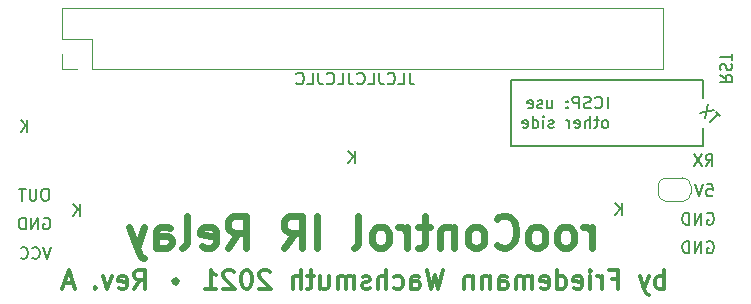
<source format=gbo>
G04 #@! TF.GenerationSoftware,KiCad,Pcbnew,(5.1.10-1-10_14)*
G04 #@! TF.CreationDate,2021-10-25T20:57:49+02:00*
G04 #@! TF.ProjectId,roodialino,726f6f64-6961-46c6-996e-6f2e6b696361,1.0*
G04 #@! TF.SameCoordinates,Original*
G04 #@! TF.FileFunction,Legend,Bot*
G04 #@! TF.FilePolarity,Positive*
%FSLAX46Y46*%
G04 Gerber Fmt 4.6, Leading zero omitted, Abs format (unit mm)*
G04 Created by KiCad (PCBNEW (5.1.10-1-10_14)) date 2021-10-25 20:57:49*
%MOMM*%
%LPD*%
G01*
G04 APERTURE LIST*
%ADD10C,0.600000*%
%ADD11C,0.150000*%
%ADD12C,0.300000*%
%ADD13C,0.120000*%
%ADD14C,1.448000*%
%ADD15C,1.902000*%
%ADD16C,2.802000*%
%ADD17O,1.802000X1.802000*%
%ADD18C,0.100000*%
G04 APERTURE END LIST*
D10*
X169440171Y-112270228D02*
X169440171Y-110470228D01*
X169440171Y-110984514D02*
X169311600Y-110727371D01*
X169183028Y-110598800D01*
X168925885Y-110470228D01*
X168668742Y-110470228D01*
X167383028Y-112270228D02*
X167640171Y-112141657D01*
X167768742Y-112013085D01*
X167897314Y-111755942D01*
X167897314Y-110984514D01*
X167768742Y-110727371D01*
X167640171Y-110598800D01*
X167383028Y-110470228D01*
X166997314Y-110470228D01*
X166740171Y-110598800D01*
X166611600Y-110727371D01*
X166483028Y-110984514D01*
X166483028Y-111755942D01*
X166611600Y-112013085D01*
X166740171Y-112141657D01*
X166997314Y-112270228D01*
X167383028Y-112270228D01*
X164940171Y-112270228D02*
X165197314Y-112141657D01*
X165325885Y-112013085D01*
X165454457Y-111755942D01*
X165454457Y-110984514D01*
X165325885Y-110727371D01*
X165197314Y-110598800D01*
X164940171Y-110470228D01*
X164554457Y-110470228D01*
X164297314Y-110598800D01*
X164168742Y-110727371D01*
X164040171Y-110984514D01*
X164040171Y-111755942D01*
X164168742Y-112013085D01*
X164297314Y-112141657D01*
X164554457Y-112270228D01*
X164940171Y-112270228D01*
X161340171Y-112013085D02*
X161468742Y-112141657D01*
X161854457Y-112270228D01*
X162111600Y-112270228D01*
X162497314Y-112141657D01*
X162754457Y-111884514D01*
X162883028Y-111627371D01*
X163011600Y-111113085D01*
X163011600Y-110727371D01*
X162883028Y-110213085D01*
X162754457Y-109955942D01*
X162497314Y-109698800D01*
X162111600Y-109570228D01*
X161854457Y-109570228D01*
X161468742Y-109698800D01*
X161340171Y-109827371D01*
X159797314Y-112270228D02*
X160054457Y-112141657D01*
X160183028Y-112013085D01*
X160311600Y-111755942D01*
X160311600Y-110984514D01*
X160183028Y-110727371D01*
X160054457Y-110598800D01*
X159797314Y-110470228D01*
X159411600Y-110470228D01*
X159154457Y-110598800D01*
X159025885Y-110727371D01*
X158897314Y-110984514D01*
X158897314Y-111755942D01*
X159025885Y-112013085D01*
X159154457Y-112141657D01*
X159411600Y-112270228D01*
X159797314Y-112270228D01*
X157740171Y-110470228D02*
X157740171Y-112270228D01*
X157740171Y-110727371D02*
X157611600Y-110598800D01*
X157354457Y-110470228D01*
X156968742Y-110470228D01*
X156711600Y-110598800D01*
X156583028Y-110855942D01*
X156583028Y-112270228D01*
X155683028Y-110470228D02*
X154654457Y-110470228D01*
X155297314Y-109570228D02*
X155297314Y-111884514D01*
X155168742Y-112141657D01*
X154911600Y-112270228D01*
X154654457Y-112270228D01*
X153754457Y-112270228D02*
X153754457Y-110470228D01*
X153754457Y-110984514D02*
X153625885Y-110727371D01*
X153497314Y-110598800D01*
X153240171Y-110470228D01*
X152983028Y-110470228D01*
X151697314Y-112270228D02*
X151954457Y-112141657D01*
X152083028Y-112013085D01*
X152211600Y-111755942D01*
X152211600Y-110984514D01*
X152083028Y-110727371D01*
X151954457Y-110598800D01*
X151697314Y-110470228D01*
X151311600Y-110470228D01*
X151054457Y-110598800D01*
X150925885Y-110727371D01*
X150797314Y-110984514D01*
X150797314Y-111755942D01*
X150925885Y-112013085D01*
X151054457Y-112141657D01*
X151311600Y-112270228D01*
X151697314Y-112270228D01*
X149254457Y-112270228D02*
X149511600Y-112141657D01*
X149640171Y-111884514D01*
X149640171Y-109570228D01*
X146168742Y-112270228D02*
X146168742Y-109570228D01*
X143340171Y-112270228D02*
X144240171Y-110984514D01*
X144883028Y-112270228D02*
X144883028Y-109570228D01*
X143854457Y-109570228D01*
X143597314Y-109698800D01*
X143468742Y-109827371D01*
X143340171Y-110084514D01*
X143340171Y-110470228D01*
X143468742Y-110727371D01*
X143597314Y-110855942D01*
X143854457Y-110984514D01*
X144883028Y-110984514D01*
X138583028Y-112270228D02*
X139483028Y-110984514D01*
X140125885Y-112270228D02*
X140125885Y-109570228D01*
X139097314Y-109570228D01*
X138840171Y-109698800D01*
X138711600Y-109827371D01*
X138583028Y-110084514D01*
X138583028Y-110470228D01*
X138711600Y-110727371D01*
X138840171Y-110855942D01*
X139097314Y-110984514D01*
X140125885Y-110984514D01*
X136397314Y-112141657D02*
X136654457Y-112270228D01*
X137168742Y-112270228D01*
X137425885Y-112141657D01*
X137554457Y-111884514D01*
X137554457Y-110855942D01*
X137425885Y-110598800D01*
X137168742Y-110470228D01*
X136654457Y-110470228D01*
X136397314Y-110598800D01*
X136268742Y-110855942D01*
X136268742Y-111113085D01*
X137554457Y-111370228D01*
X134725885Y-112270228D02*
X134983028Y-112141657D01*
X135111600Y-111884514D01*
X135111600Y-109570228D01*
X132540171Y-112270228D02*
X132540171Y-110855942D01*
X132668742Y-110598800D01*
X132925885Y-110470228D01*
X133440171Y-110470228D01*
X133697314Y-110598800D01*
X132540171Y-112141657D02*
X132797314Y-112270228D01*
X133440171Y-112270228D01*
X133697314Y-112141657D01*
X133825885Y-111884514D01*
X133825885Y-111627371D01*
X133697314Y-111370228D01*
X133440171Y-111241657D01*
X132797314Y-111241657D01*
X132540171Y-111113085D01*
X131511600Y-110470228D02*
X130868742Y-112270228D01*
X130225885Y-110470228D02*
X130868742Y-112270228D01*
X131125885Y-112913085D01*
X131254457Y-113041657D01*
X131511600Y-113170228D01*
D11*
X178816000Y-98044000D02*
X178816000Y-99568000D01*
X178816000Y-103632000D02*
X178816000Y-102108000D01*
X162560000Y-103632000D02*
X178816000Y-103632000D01*
X162560000Y-98044000D02*
X162560000Y-103632000D01*
X178816000Y-98044000D02*
X162560000Y-98044000D01*
X126030604Y-109596180D02*
X126030604Y-108596180D01*
X125459176Y-109596180D02*
X125887747Y-109024752D01*
X125459176Y-108596180D02*
X126030604Y-109167609D01*
X149373204Y-105100380D02*
X149373204Y-104100380D01*
X148801776Y-105100380D02*
X149230347Y-104528952D01*
X148801776Y-104100380D02*
X149373204Y-104671809D01*
X171979204Y-109469180D02*
X171979204Y-108469180D01*
X171407776Y-109469180D02*
X171836347Y-108897752D01*
X171407776Y-108469180D02*
X171979204Y-109040609D01*
X121611004Y-102458780D02*
X121611004Y-101458780D01*
X121039576Y-102458780D02*
X121468147Y-101887352D01*
X121039576Y-101458780D02*
X121611004Y-102030209D01*
X123611004Y-112202980D02*
X123277671Y-113202980D01*
X122944338Y-112202980D01*
X122039576Y-113107742D02*
X122087195Y-113155361D01*
X122230052Y-113202980D01*
X122325290Y-113202980D01*
X122468147Y-113155361D01*
X122563385Y-113060123D01*
X122611004Y-112964885D01*
X122658623Y-112774409D01*
X122658623Y-112631552D01*
X122611004Y-112441076D01*
X122563385Y-112345838D01*
X122468147Y-112250600D01*
X122325290Y-112202980D01*
X122230052Y-112202980D01*
X122087195Y-112250600D01*
X122039576Y-112298219D01*
X121039576Y-113107742D02*
X121087195Y-113155361D01*
X121230052Y-113202980D01*
X121325290Y-113202980D01*
X121468147Y-113155361D01*
X121563385Y-113060123D01*
X121611004Y-112964885D01*
X121658623Y-112774409D01*
X121658623Y-112631552D01*
X121611004Y-112441076D01*
X121563385Y-112345838D01*
X121468147Y-112250600D01*
X121325290Y-112202980D01*
X121230052Y-112202980D01*
X121087195Y-112250600D01*
X121039576Y-112298219D01*
X122982414Y-109761400D02*
X123077652Y-109713780D01*
X123220509Y-109713780D01*
X123363366Y-109761400D01*
X123458604Y-109856638D01*
X123506223Y-109951876D01*
X123553842Y-110142352D01*
X123553842Y-110285209D01*
X123506223Y-110475685D01*
X123458604Y-110570923D01*
X123363366Y-110666161D01*
X123220509Y-110713780D01*
X123125271Y-110713780D01*
X122982414Y-110666161D01*
X122934795Y-110618542D01*
X122934795Y-110285209D01*
X123125271Y-110285209D01*
X122506223Y-110713780D02*
X122506223Y-109713780D01*
X121934795Y-110713780D01*
X121934795Y-109713780D01*
X121458604Y-110713780D02*
X121458604Y-109713780D01*
X121220509Y-109713780D01*
X121077652Y-109761400D01*
X120982414Y-109856638D01*
X120934795Y-109951876D01*
X120887176Y-110142352D01*
X120887176Y-110285209D01*
X120934795Y-110475685D01*
X120982414Y-110570923D01*
X121077652Y-110666161D01*
X121220509Y-110713780D01*
X121458604Y-110713780D01*
X123226871Y-107275380D02*
X123036395Y-107275380D01*
X122941157Y-107323000D01*
X122845919Y-107418238D01*
X122798300Y-107608714D01*
X122798300Y-107942047D01*
X122845919Y-108132523D01*
X122941157Y-108227761D01*
X123036395Y-108275380D01*
X123226871Y-108275380D01*
X123322109Y-108227761D01*
X123417347Y-108132523D01*
X123464966Y-107942047D01*
X123464966Y-107608714D01*
X123417347Y-107418238D01*
X123322109Y-107323000D01*
X123226871Y-107275380D01*
X122369728Y-107275380D02*
X122369728Y-108084904D01*
X122322109Y-108180142D01*
X122274490Y-108227761D01*
X122179252Y-108275380D01*
X121988776Y-108275380D01*
X121893538Y-108227761D01*
X121845919Y-108180142D01*
X121798300Y-108084904D01*
X121798300Y-107275380D01*
X121464966Y-107275380D02*
X120893538Y-107275380D01*
X121179252Y-108275380D02*
X121179252Y-107275380D01*
X170733404Y-100465380D02*
X170733404Y-99465380D01*
X169685785Y-100370142D02*
X169733404Y-100417761D01*
X169876261Y-100465380D01*
X169971500Y-100465380D01*
X170114357Y-100417761D01*
X170209595Y-100322523D01*
X170257214Y-100227285D01*
X170304833Y-100036809D01*
X170304833Y-99893952D01*
X170257214Y-99703476D01*
X170209595Y-99608238D01*
X170114357Y-99513000D01*
X169971500Y-99465380D01*
X169876261Y-99465380D01*
X169733404Y-99513000D01*
X169685785Y-99560619D01*
X169304833Y-100417761D02*
X169161976Y-100465380D01*
X168923880Y-100465380D01*
X168828642Y-100417761D01*
X168781023Y-100370142D01*
X168733404Y-100274904D01*
X168733404Y-100179666D01*
X168781023Y-100084428D01*
X168828642Y-100036809D01*
X168923880Y-99989190D01*
X169114357Y-99941571D01*
X169209595Y-99893952D01*
X169257214Y-99846333D01*
X169304833Y-99751095D01*
X169304833Y-99655857D01*
X169257214Y-99560619D01*
X169209595Y-99513000D01*
X169114357Y-99465380D01*
X168876261Y-99465380D01*
X168733404Y-99513000D01*
X168304833Y-100465380D02*
X168304833Y-99465380D01*
X167923880Y-99465380D01*
X167828642Y-99513000D01*
X167781023Y-99560619D01*
X167733404Y-99655857D01*
X167733404Y-99798714D01*
X167781023Y-99893952D01*
X167828642Y-99941571D01*
X167923880Y-99989190D01*
X168304833Y-99989190D01*
X167304833Y-100370142D02*
X167257214Y-100417761D01*
X167304833Y-100465380D01*
X167352452Y-100417761D01*
X167304833Y-100370142D01*
X167304833Y-100465380D01*
X167304833Y-99846333D02*
X167257214Y-99893952D01*
X167304833Y-99941571D01*
X167352452Y-99893952D01*
X167304833Y-99846333D01*
X167304833Y-99941571D01*
X165638166Y-99798714D02*
X165638166Y-100465380D01*
X166066738Y-99798714D02*
X166066738Y-100322523D01*
X166019119Y-100417761D01*
X165923880Y-100465380D01*
X165781023Y-100465380D01*
X165685785Y-100417761D01*
X165638166Y-100370142D01*
X165209595Y-100417761D02*
X165114357Y-100465380D01*
X164923880Y-100465380D01*
X164828642Y-100417761D01*
X164781023Y-100322523D01*
X164781023Y-100274904D01*
X164828642Y-100179666D01*
X164923880Y-100132047D01*
X165066738Y-100132047D01*
X165161976Y-100084428D01*
X165209595Y-99989190D01*
X165209595Y-99941571D01*
X165161976Y-99846333D01*
X165066738Y-99798714D01*
X164923880Y-99798714D01*
X164828642Y-99846333D01*
X163971500Y-100417761D02*
X164066738Y-100465380D01*
X164257214Y-100465380D01*
X164352452Y-100417761D01*
X164400071Y-100322523D01*
X164400071Y-99941571D01*
X164352452Y-99846333D01*
X164257214Y-99798714D01*
X164066738Y-99798714D01*
X163971500Y-99846333D01*
X163923880Y-99941571D01*
X163923880Y-100036809D01*
X164400071Y-100132047D01*
X170590547Y-102115380D02*
X170685785Y-102067761D01*
X170733404Y-102020142D01*
X170781023Y-101924904D01*
X170781023Y-101639190D01*
X170733404Y-101543952D01*
X170685785Y-101496333D01*
X170590547Y-101448714D01*
X170447690Y-101448714D01*
X170352452Y-101496333D01*
X170304833Y-101543952D01*
X170257214Y-101639190D01*
X170257214Y-101924904D01*
X170304833Y-102020142D01*
X170352452Y-102067761D01*
X170447690Y-102115380D01*
X170590547Y-102115380D01*
X169971500Y-101448714D02*
X169590547Y-101448714D01*
X169828642Y-101115380D02*
X169828642Y-101972523D01*
X169781023Y-102067761D01*
X169685785Y-102115380D01*
X169590547Y-102115380D01*
X169257214Y-102115380D02*
X169257214Y-101115380D01*
X168828642Y-102115380D02*
X168828642Y-101591571D01*
X168876261Y-101496333D01*
X168971500Y-101448714D01*
X169114357Y-101448714D01*
X169209595Y-101496333D01*
X169257214Y-101543952D01*
X167971500Y-102067761D02*
X168066738Y-102115380D01*
X168257214Y-102115380D01*
X168352452Y-102067761D01*
X168400071Y-101972523D01*
X168400071Y-101591571D01*
X168352452Y-101496333D01*
X168257214Y-101448714D01*
X168066738Y-101448714D01*
X167971500Y-101496333D01*
X167923880Y-101591571D01*
X167923880Y-101686809D01*
X168400071Y-101782047D01*
X167495309Y-102115380D02*
X167495309Y-101448714D01*
X167495309Y-101639190D02*
X167447690Y-101543952D01*
X167400071Y-101496333D01*
X167304833Y-101448714D01*
X167209595Y-101448714D01*
X166161976Y-102067761D02*
X166066738Y-102115380D01*
X165876261Y-102115380D01*
X165781023Y-102067761D01*
X165733404Y-101972523D01*
X165733404Y-101924904D01*
X165781023Y-101829666D01*
X165876261Y-101782047D01*
X166019119Y-101782047D01*
X166114357Y-101734428D01*
X166161976Y-101639190D01*
X166161976Y-101591571D01*
X166114357Y-101496333D01*
X166019119Y-101448714D01*
X165876261Y-101448714D01*
X165781023Y-101496333D01*
X165304833Y-102115380D02*
X165304833Y-101448714D01*
X165304833Y-101115380D02*
X165352452Y-101163000D01*
X165304833Y-101210619D01*
X165257214Y-101163000D01*
X165304833Y-101115380D01*
X165304833Y-101210619D01*
X164400071Y-102115380D02*
X164400071Y-101115380D01*
X164400071Y-102067761D02*
X164495309Y-102115380D01*
X164685785Y-102115380D01*
X164781023Y-102067761D01*
X164828642Y-102020142D01*
X164876261Y-101924904D01*
X164876261Y-101639190D01*
X164828642Y-101543952D01*
X164781023Y-101496333D01*
X164685785Y-101448714D01*
X164495309Y-101448714D01*
X164400071Y-101496333D01*
X163542928Y-102067761D02*
X163638166Y-102115380D01*
X163828642Y-102115380D01*
X163923880Y-102067761D01*
X163971500Y-101972523D01*
X163971500Y-101591571D01*
X163923880Y-101496333D01*
X163828642Y-101448714D01*
X163638166Y-101448714D01*
X163542928Y-101496333D01*
X163495309Y-101591571D01*
X163495309Y-101686809D01*
X163971500Y-101782047D01*
X153971047Y-97445580D02*
X153971047Y-98159866D01*
X154018666Y-98302723D01*
X154113904Y-98397961D01*
X154256761Y-98445580D01*
X154352000Y-98445580D01*
X153018666Y-98445580D02*
X153494857Y-98445580D01*
X153494857Y-97445580D01*
X152113904Y-98350342D02*
X152161523Y-98397961D01*
X152304380Y-98445580D01*
X152399619Y-98445580D01*
X152542476Y-98397961D01*
X152637714Y-98302723D01*
X152685333Y-98207485D01*
X152732952Y-98017009D01*
X152732952Y-97874152D01*
X152685333Y-97683676D01*
X152637714Y-97588438D01*
X152542476Y-97493200D01*
X152399619Y-97445580D01*
X152304380Y-97445580D01*
X152161523Y-97493200D01*
X152113904Y-97540819D01*
X151399619Y-97445580D02*
X151399619Y-98159866D01*
X151447238Y-98302723D01*
X151542476Y-98397961D01*
X151685333Y-98445580D01*
X151780571Y-98445580D01*
X150447238Y-98445580D02*
X150923428Y-98445580D01*
X150923428Y-97445580D01*
X149542476Y-98350342D02*
X149590095Y-98397961D01*
X149732952Y-98445580D01*
X149828190Y-98445580D01*
X149971047Y-98397961D01*
X150066285Y-98302723D01*
X150113904Y-98207485D01*
X150161523Y-98017009D01*
X150161523Y-97874152D01*
X150113904Y-97683676D01*
X150066285Y-97588438D01*
X149971047Y-97493200D01*
X149828190Y-97445580D01*
X149732952Y-97445580D01*
X149590095Y-97493200D01*
X149542476Y-97540819D01*
X148828190Y-97445580D02*
X148828190Y-98159866D01*
X148875809Y-98302723D01*
X148971047Y-98397961D01*
X149113904Y-98445580D01*
X149209142Y-98445580D01*
X147875809Y-98445580D02*
X148352000Y-98445580D01*
X148352000Y-97445580D01*
X146971047Y-98350342D02*
X147018666Y-98397961D01*
X147161523Y-98445580D01*
X147256761Y-98445580D01*
X147399619Y-98397961D01*
X147494857Y-98302723D01*
X147542476Y-98207485D01*
X147590095Y-98017009D01*
X147590095Y-97874152D01*
X147542476Y-97683676D01*
X147494857Y-97588438D01*
X147399619Y-97493200D01*
X147256761Y-97445580D01*
X147161523Y-97445580D01*
X147018666Y-97493200D01*
X146971047Y-97540819D01*
X146256761Y-97445580D02*
X146256761Y-98159866D01*
X146304380Y-98302723D01*
X146399619Y-98397961D01*
X146542476Y-98445580D01*
X146637714Y-98445580D01*
X145304380Y-98445580D02*
X145780571Y-98445580D01*
X145780571Y-97445580D01*
X144399619Y-98350342D02*
X144447238Y-98397961D01*
X144590095Y-98445580D01*
X144685333Y-98445580D01*
X144828190Y-98397961D01*
X144923428Y-98302723D01*
X144971047Y-98207485D01*
X145018666Y-98017009D01*
X145018666Y-97874152D01*
X144971047Y-97683676D01*
X144923428Y-97588438D01*
X144828190Y-97493200D01*
X144685333Y-97445580D01*
X144590095Y-97445580D01*
X144447238Y-97493200D01*
X144399619Y-97540819D01*
X180268619Y-97633261D02*
X180744809Y-97966595D01*
X180268619Y-98204690D02*
X181268619Y-98204690D01*
X181268619Y-97823738D01*
X181221000Y-97728500D01*
X181173380Y-97680880D01*
X181078142Y-97633261D01*
X180935285Y-97633261D01*
X180840047Y-97680880D01*
X180792428Y-97728500D01*
X180744809Y-97823738D01*
X180744809Y-98204690D01*
X180316238Y-97252309D02*
X180268619Y-97109452D01*
X180268619Y-96871357D01*
X180316238Y-96776119D01*
X180363857Y-96728500D01*
X180459095Y-96680880D01*
X180554333Y-96680880D01*
X180649571Y-96728500D01*
X180697190Y-96776119D01*
X180744809Y-96871357D01*
X180792428Y-97061833D01*
X180840047Y-97157071D01*
X180887666Y-97204690D01*
X180982904Y-97252309D01*
X181078142Y-97252309D01*
X181173380Y-97204690D01*
X181221000Y-97157071D01*
X181268619Y-97061833D01*
X181268619Y-96823738D01*
X181221000Y-96680880D01*
X181268619Y-96395166D02*
X181268619Y-95823738D01*
X180268619Y-96109452D02*
X181268619Y-96109452D01*
X180290007Y-101156557D02*
X179885946Y-100752496D01*
X179380870Y-101661633D02*
X180087977Y-100954526D01*
X179717587Y-100584137D02*
X178539076Y-100819839D01*
X179246183Y-100112733D02*
X179010481Y-101291244D01*
X179040357Y-105354380D02*
X179373690Y-104878190D01*
X179611785Y-105354380D02*
X179611785Y-104354380D01*
X179230833Y-104354380D01*
X179135595Y-104402000D01*
X179087976Y-104449619D01*
X179040357Y-104544857D01*
X179040357Y-104687714D01*
X179087976Y-104782952D01*
X179135595Y-104830571D01*
X179230833Y-104878190D01*
X179611785Y-104878190D01*
X178707023Y-104354380D02*
X178040357Y-105354380D01*
X178040357Y-104354380D02*
X178707023Y-105354380D01*
X179119738Y-106894380D02*
X179595928Y-106894380D01*
X179643547Y-107370571D01*
X179595928Y-107322952D01*
X179500690Y-107275333D01*
X179262595Y-107275333D01*
X179167357Y-107322952D01*
X179119738Y-107370571D01*
X179072119Y-107465809D01*
X179072119Y-107703904D01*
X179119738Y-107799142D01*
X179167357Y-107846761D01*
X179262595Y-107894380D01*
X179500690Y-107894380D01*
X179595928Y-107846761D01*
X179643547Y-107799142D01*
X178786404Y-106894380D02*
X178453071Y-107894380D01*
X178119738Y-106894380D01*
X179167214Y-109355000D02*
X179262452Y-109307380D01*
X179405309Y-109307380D01*
X179548166Y-109355000D01*
X179643404Y-109450238D01*
X179691023Y-109545476D01*
X179738642Y-109735952D01*
X179738642Y-109878809D01*
X179691023Y-110069285D01*
X179643404Y-110164523D01*
X179548166Y-110259761D01*
X179405309Y-110307380D01*
X179310071Y-110307380D01*
X179167214Y-110259761D01*
X179119595Y-110212142D01*
X179119595Y-109878809D01*
X179310071Y-109878809D01*
X178691023Y-110307380D02*
X178691023Y-109307380D01*
X178119595Y-110307380D01*
X178119595Y-109307380D01*
X177643404Y-110307380D02*
X177643404Y-109307380D01*
X177405309Y-109307380D01*
X177262452Y-109355000D01*
X177167214Y-109450238D01*
X177119595Y-109545476D01*
X177071976Y-109735952D01*
X177071976Y-109878809D01*
X177119595Y-110069285D01*
X177167214Y-110164523D01*
X177262452Y-110259761D01*
X177405309Y-110307380D01*
X177643404Y-110307380D01*
X179167214Y-111768000D02*
X179262452Y-111720380D01*
X179405309Y-111720380D01*
X179548166Y-111768000D01*
X179643404Y-111863238D01*
X179691023Y-111958476D01*
X179738642Y-112148952D01*
X179738642Y-112291809D01*
X179691023Y-112482285D01*
X179643404Y-112577523D01*
X179548166Y-112672761D01*
X179405309Y-112720380D01*
X179310071Y-112720380D01*
X179167214Y-112672761D01*
X179119595Y-112625142D01*
X179119595Y-112291809D01*
X179310071Y-112291809D01*
X178691023Y-112720380D02*
X178691023Y-111720380D01*
X178119595Y-112720380D01*
X178119595Y-111720380D01*
X177643404Y-112720380D02*
X177643404Y-111720380D01*
X177405309Y-111720380D01*
X177262452Y-111768000D01*
X177167214Y-111863238D01*
X177119595Y-111958476D01*
X177071976Y-112148952D01*
X177071976Y-112291809D01*
X177119595Y-112482285D01*
X177167214Y-112577523D01*
X177262452Y-112672761D01*
X177405309Y-112720380D01*
X177643404Y-112720380D01*
D12*
X175536152Y-115735009D02*
X175536152Y-114135009D01*
X175536152Y-114744533D02*
X175383771Y-114668342D01*
X175079009Y-114668342D01*
X174926628Y-114744533D01*
X174850438Y-114820723D01*
X174774247Y-114973104D01*
X174774247Y-115430247D01*
X174850438Y-115582628D01*
X174926628Y-115658819D01*
X175079009Y-115735009D01*
X175383771Y-115735009D01*
X175536152Y-115658819D01*
X174240914Y-114668342D02*
X173859961Y-115735009D01*
X173479009Y-114668342D02*
X173859961Y-115735009D01*
X174012342Y-116115961D01*
X174088533Y-116192152D01*
X174240914Y-116268342D01*
X171117104Y-114896914D02*
X171650438Y-114896914D01*
X171650438Y-115735009D02*
X171650438Y-114135009D01*
X170888533Y-114135009D01*
X170279009Y-115735009D02*
X170279009Y-114668342D01*
X170279009Y-114973104D02*
X170202819Y-114820723D01*
X170126628Y-114744533D01*
X169974247Y-114668342D01*
X169821866Y-114668342D01*
X169288533Y-115735009D02*
X169288533Y-114668342D01*
X169288533Y-114135009D02*
X169364723Y-114211200D01*
X169288533Y-114287390D01*
X169212342Y-114211200D01*
X169288533Y-114135009D01*
X169288533Y-114287390D01*
X167917104Y-115658819D02*
X168069485Y-115735009D01*
X168374247Y-115735009D01*
X168526628Y-115658819D01*
X168602819Y-115506438D01*
X168602819Y-114896914D01*
X168526628Y-114744533D01*
X168374247Y-114668342D01*
X168069485Y-114668342D01*
X167917104Y-114744533D01*
X167840914Y-114896914D01*
X167840914Y-115049295D01*
X168602819Y-115201676D01*
X166469485Y-115735009D02*
X166469485Y-114135009D01*
X166469485Y-115658819D02*
X166621866Y-115735009D01*
X166926628Y-115735009D01*
X167079009Y-115658819D01*
X167155200Y-115582628D01*
X167231390Y-115430247D01*
X167231390Y-114973104D01*
X167155200Y-114820723D01*
X167079009Y-114744533D01*
X166926628Y-114668342D01*
X166621866Y-114668342D01*
X166469485Y-114744533D01*
X165098057Y-115658819D02*
X165250438Y-115735009D01*
X165555200Y-115735009D01*
X165707580Y-115658819D01*
X165783771Y-115506438D01*
X165783771Y-114896914D01*
X165707580Y-114744533D01*
X165555200Y-114668342D01*
X165250438Y-114668342D01*
X165098057Y-114744533D01*
X165021866Y-114896914D01*
X165021866Y-115049295D01*
X165783771Y-115201676D01*
X164336152Y-115735009D02*
X164336152Y-114668342D01*
X164336152Y-114820723D02*
X164259961Y-114744533D01*
X164107580Y-114668342D01*
X163879009Y-114668342D01*
X163726628Y-114744533D01*
X163650438Y-114896914D01*
X163650438Y-115735009D01*
X163650438Y-114896914D02*
X163574247Y-114744533D01*
X163421866Y-114668342D01*
X163193295Y-114668342D01*
X163040914Y-114744533D01*
X162964723Y-114896914D01*
X162964723Y-115735009D01*
X161517104Y-115735009D02*
X161517104Y-114896914D01*
X161593295Y-114744533D01*
X161745676Y-114668342D01*
X162050438Y-114668342D01*
X162202819Y-114744533D01*
X161517104Y-115658819D02*
X161669485Y-115735009D01*
X162050438Y-115735009D01*
X162202819Y-115658819D01*
X162279009Y-115506438D01*
X162279009Y-115354057D01*
X162202819Y-115201676D01*
X162050438Y-115125485D01*
X161669485Y-115125485D01*
X161517104Y-115049295D01*
X160755200Y-114668342D02*
X160755200Y-115735009D01*
X160755200Y-114820723D02*
X160679009Y-114744533D01*
X160526628Y-114668342D01*
X160298057Y-114668342D01*
X160145676Y-114744533D01*
X160069485Y-114896914D01*
X160069485Y-115735009D01*
X159307580Y-114668342D02*
X159307580Y-115735009D01*
X159307580Y-114820723D02*
X159231390Y-114744533D01*
X159079009Y-114668342D01*
X158850438Y-114668342D01*
X158698057Y-114744533D01*
X158621866Y-114896914D01*
X158621866Y-115735009D01*
X156793295Y-114135009D02*
X156412342Y-115735009D01*
X156107580Y-114592152D01*
X155802819Y-115735009D01*
X155421866Y-114135009D01*
X154126628Y-115735009D02*
X154126628Y-114896914D01*
X154202819Y-114744533D01*
X154355200Y-114668342D01*
X154659961Y-114668342D01*
X154812342Y-114744533D01*
X154126628Y-115658819D02*
X154279009Y-115735009D01*
X154659961Y-115735009D01*
X154812342Y-115658819D01*
X154888533Y-115506438D01*
X154888533Y-115354057D01*
X154812342Y-115201676D01*
X154659961Y-115125485D01*
X154279009Y-115125485D01*
X154126628Y-115049295D01*
X152679009Y-115658819D02*
X152831390Y-115735009D01*
X153136152Y-115735009D01*
X153288533Y-115658819D01*
X153364723Y-115582628D01*
X153440914Y-115430247D01*
X153440914Y-114973104D01*
X153364723Y-114820723D01*
X153288533Y-114744533D01*
X153136152Y-114668342D01*
X152831390Y-114668342D01*
X152679009Y-114744533D01*
X151993295Y-115735009D02*
X151993295Y-114135009D01*
X151307580Y-115735009D02*
X151307580Y-114896914D01*
X151383771Y-114744533D01*
X151536152Y-114668342D01*
X151764723Y-114668342D01*
X151917104Y-114744533D01*
X151993295Y-114820723D01*
X150621866Y-115658819D02*
X150469485Y-115735009D01*
X150164723Y-115735009D01*
X150012342Y-115658819D01*
X149936152Y-115506438D01*
X149936152Y-115430247D01*
X150012342Y-115277866D01*
X150164723Y-115201676D01*
X150393295Y-115201676D01*
X150545676Y-115125485D01*
X150621866Y-114973104D01*
X150621866Y-114896914D01*
X150545676Y-114744533D01*
X150393295Y-114668342D01*
X150164723Y-114668342D01*
X150012342Y-114744533D01*
X149250438Y-115735009D02*
X149250438Y-114668342D01*
X149250438Y-114820723D02*
X149174247Y-114744533D01*
X149021866Y-114668342D01*
X148793295Y-114668342D01*
X148640914Y-114744533D01*
X148564723Y-114896914D01*
X148564723Y-115735009D01*
X148564723Y-114896914D02*
X148488533Y-114744533D01*
X148336152Y-114668342D01*
X148107580Y-114668342D01*
X147955200Y-114744533D01*
X147879009Y-114896914D01*
X147879009Y-115735009D01*
X146431390Y-114668342D02*
X146431390Y-115735009D01*
X147117104Y-114668342D02*
X147117104Y-115506438D01*
X147040914Y-115658819D01*
X146888533Y-115735009D01*
X146659961Y-115735009D01*
X146507580Y-115658819D01*
X146431390Y-115582628D01*
X145898057Y-114668342D02*
X145288533Y-114668342D01*
X145669485Y-114135009D02*
X145669485Y-115506438D01*
X145593295Y-115658819D01*
X145440914Y-115735009D01*
X145288533Y-115735009D01*
X144755200Y-115735009D02*
X144755200Y-114135009D01*
X144069485Y-115735009D02*
X144069485Y-114896914D01*
X144145676Y-114744533D01*
X144298057Y-114668342D01*
X144526628Y-114668342D01*
X144679009Y-114744533D01*
X144755200Y-114820723D01*
X142164723Y-114287390D02*
X142088533Y-114211200D01*
X141936152Y-114135009D01*
X141555200Y-114135009D01*
X141402819Y-114211200D01*
X141326628Y-114287390D01*
X141250438Y-114439771D01*
X141250438Y-114592152D01*
X141326628Y-114820723D01*
X142240914Y-115735009D01*
X141250438Y-115735009D01*
X140259961Y-114135009D02*
X140107580Y-114135009D01*
X139955200Y-114211200D01*
X139879009Y-114287390D01*
X139802819Y-114439771D01*
X139726628Y-114744533D01*
X139726628Y-115125485D01*
X139802819Y-115430247D01*
X139879009Y-115582628D01*
X139955200Y-115658819D01*
X140107580Y-115735009D01*
X140259961Y-115735009D01*
X140412342Y-115658819D01*
X140488533Y-115582628D01*
X140564723Y-115430247D01*
X140640914Y-115125485D01*
X140640914Y-114744533D01*
X140564723Y-114439771D01*
X140488533Y-114287390D01*
X140412342Y-114211200D01*
X140259961Y-114135009D01*
X139117104Y-114287390D02*
X139040914Y-114211200D01*
X138888533Y-114135009D01*
X138507580Y-114135009D01*
X138355200Y-114211200D01*
X138279009Y-114287390D01*
X138202819Y-114439771D01*
X138202819Y-114592152D01*
X138279009Y-114820723D01*
X139193295Y-115735009D01*
X138202819Y-115735009D01*
X136679009Y-115735009D02*
X137593295Y-115735009D01*
X137136152Y-115735009D02*
X137136152Y-114135009D01*
X137288533Y-114363580D01*
X137440914Y-114515961D01*
X137593295Y-114592152D01*
X134317104Y-114973104D02*
X134317104Y-115277866D01*
X134240914Y-115277866D02*
X134240914Y-114973104D01*
X134164723Y-114896914D02*
X134164723Y-115354057D01*
X134088533Y-115277866D02*
X134088533Y-114973104D01*
X134012342Y-114973104D02*
X134012342Y-115277866D01*
X134317104Y-115201676D02*
X134164723Y-115354057D01*
X134012342Y-115201676D01*
X134317104Y-115049295D02*
X134164723Y-114896914D01*
X134012342Y-115049295D01*
X134317104Y-114973104D02*
X134164723Y-114896914D01*
X134012342Y-114973104D01*
X133936152Y-115125485D01*
X134012342Y-115277866D01*
X134164723Y-115354057D01*
X134317104Y-115277866D01*
X134393295Y-115125485D01*
X134317104Y-114973104D01*
X130659961Y-115735009D02*
X131193295Y-114973104D01*
X131574247Y-115735009D02*
X131574247Y-114135009D01*
X130964723Y-114135009D01*
X130812342Y-114211200D01*
X130736152Y-114287390D01*
X130659961Y-114439771D01*
X130659961Y-114668342D01*
X130736152Y-114820723D01*
X130812342Y-114896914D01*
X130964723Y-114973104D01*
X131574247Y-114973104D01*
X129364723Y-115658819D02*
X129517104Y-115735009D01*
X129821866Y-115735009D01*
X129974247Y-115658819D01*
X130050438Y-115506438D01*
X130050438Y-114896914D01*
X129974247Y-114744533D01*
X129821866Y-114668342D01*
X129517104Y-114668342D01*
X129364723Y-114744533D01*
X129288533Y-114896914D01*
X129288533Y-115049295D01*
X130050438Y-115201676D01*
X128755200Y-114668342D02*
X128374247Y-115735009D01*
X127993295Y-114668342D01*
X127383771Y-115582628D02*
X127307580Y-115658819D01*
X127383771Y-115735009D01*
X127459961Y-115658819D01*
X127383771Y-115582628D01*
X127383771Y-115735009D01*
X125479009Y-115277866D02*
X124717104Y-115277866D01*
X125631390Y-115735009D02*
X125098057Y-114135009D01*
X124564723Y-115735009D01*
D13*
X124528000Y-95838000D02*
X124528000Y-97168000D01*
X124528000Y-97168000D02*
X125858000Y-97168000D01*
X124528000Y-94568000D02*
X127128000Y-94568000D01*
X127128000Y-94568000D02*
X127128000Y-97168000D01*
X127128000Y-97168000D02*
X175448000Y-97168000D01*
X175448000Y-91968000D02*
X175448000Y-97168000D01*
X124528000Y-91968000D02*
X175448000Y-91968000D01*
X124528000Y-91968000D02*
X124528000Y-94568000D01*
X175003000Y-107040400D02*
X175003000Y-107640400D01*
X177103000Y-106340400D02*
X175703000Y-106340400D01*
X177803000Y-107640400D02*
X177803000Y-107040400D01*
X175703000Y-108340400D02*
X177103000Y-108340400D01*
X177103000Y-108340400D02*
G75*
G03*
X177803000Y-107640400I0J700000D01*
G01*
X177803000Y-107040400D02*
G75*
G03*
X177103000Y-106340400I-700000J0D01*
G01*
X175703000Y-106340400D02*
G75*
G03*
X175003000Y-107040400I0J-700000D01*
G01*
X175003000Y-107640400D02*
G75*
G03*
X175703000Y-108340400I700000J0D01*
G01*
%LPC*%
D14*
X176276000Y-94488000D03*
X172942000Y-118840000D03*
X126968000Y-118872000D03*
D15*
X151612600Y-106502200D03*
G36*
G01*
X148121600Y-107402200D02*
X148121600Y-105602200D01*
G75*
G02*
X148172600Y-105551200I51000J0D01*
G01*
X149972600Y-105551200D01*
G75*
G02*
X150023600Y-105602200I0J-51000D01*
G01*
X150023600Y-107402200D01*
G75*
G02*
X149972600Y-107453200I-51000J0D01*
G01*
X148172600Y-107453200D01*
G75*
G02*
X148121600Y-107402200I0J51000D01*
G01*
G37*
D16*
X121032000Y-94568000D03*
X179032000Y-94568000D03*
X179032000Y-117568000D03*
X121032000Y-117568000D03*
G36*
G01*
X124780000Y-111851000D02*
X124780000Y-110051000D01*
G75*
G02*
X124831000Y-110000000I51000J0D01*
G01*
X126631000Y-110000000D01*
G75*
G02*
X126682000Y-110051000I0J-51000D01*
G01*
X126682000Y-111851000D01*
G75*
G02*
X126631000Y-111902000I-51000J0D01*
G01*
X124831000Y-111902000D01*
G75*
G02*
X124780000Y-111851000I0J51000D01*
G01*
G37*
D15*
X128271000Y-110951000D03*
X174245000Y-110951000D03*
G36*
G01*
X170754000Y-111851000D02*
X170754000Y-110051000D01*
G75*
G02*
X170805000Y-110000000I51000J0D01*
G01*
X172605000Y-110000000D01*
G75*
G02*
X172656000Y-110051000I0J-51000D01*
G01*
X172656000Y-111851000D01*
G75*
G02*
X172605000Y-111902000I-51000J0D01*
G01*
X170805000Y-111902000D01*
G75*
G02*
X170754000Y-111851000I0J51000D01*
G01*
G37*
G36*
G01*
X125008000Y-94937000D02*
X126708000Y-94937000D01*
G75*
G02*
X126759000Y-94988000I0J-51000D01*
G01*
X126759000Y-96688000D01*
G75*
G02*
X126708000Y-96739000I-51000J0D01*
G01*
X125008000Y-96739000D01*
G75*
G02*
X124957000Y-96688000I0J51000D01*
G01*
X124957000Y-94988000D01*
G75*
G02*
X125008000Y-94937000I51000J0D01*
G01*
G37*
D17*
X125858000Y-93298000D03*
X128398000Y-95838000D03*
X128398000Y-93298000D03*
X130938000Y-95838000D03*
X130938000Y-93298000D03*
X133478000Y-95838000D03*
X133478000Y-93298000D03*
X136018000Y-95838000D03*
X136018000Y-93298000D03*
X138558000Y-95838000D03*
X138558000Y-93298000D03*
X141098000Y-95838000D03*
X141098000Y-93298000D03*
X143638000Y-95838000D03*
X143638000Y-93298000D03*
X146178000Y-95838000D03*
X146178000Y-93298000D03*
X148718000Y-95838000D03*
X148718000Y-93298000D03*
X151258000Y-95838000D03*
X151258000Y-93298000D03*
X153798000Y-95838000D03*
X153798000Y-93298000D03*
X156338000Y-95838000D03*
X156338000Y-93298000D03*
X158878000Y-95838000D03*
X158878000Y-93298000D03*
X161418000Y-95838000D03*
X161418000Y-93298000D03*
X163958000Y-95838000D03*
X163958000Y-93298000D03*
X166498000Y-95838000D03*
X166498000Y-93298000D03*
X169038000Y-95838000D03*
X169038000Y-93298000D03*
X171578000Y-95838000D03*
X171578000Y-93298000D03*
X174118000Y-95838000D03*
X174118000Y-93298000D03*
G36*
G01*
X173444000Y-103089000D02*
X171744000Y-103089000D01*
G75*
G02*
X171693000Y-103038000I0J51000D01*
G01*
X171693000Y-101338000D01*
G75*
G02*
X171744000Y-101287000I51000J0D01*
G01*
X173444000Y-101287000D01*
G75*
G02*
X173495000Y-101338000I0J-51000D01*
G01*
X173495000Y-103038000D01*
G75*
G02*
X173444000Y-103089000I-51000J0D01*
G01*
G37*
X172594000Y-99648000D03*
X175134000Y-102188000D03*
X175134000Y-99648000D03*
X177674000Y-102188000D03*
X177674000Y-99648000D03*
G36*
G01*
X118606000Y-108520600D02*
X118606000Y-106820600D01*
G75*
G02*
X118657000Y-106769600I51000J0D01*
G01*
X120357000Y-106769600D01*
G75*
G02*
X120408000Y-106820600I0J-51000D01*
G01*
X120408000Y-108520600D01*
G75*
G02*
X120357000Y-108571600I-51000J0D01*
G01*
X118657000Y-108571600D01*
G75*
G02*
X118606000Y-108520600I0J51000D01*
G01*
G37*
X119507000Y-110210600D03*
X119507000Y-112750600D03*
G36*
G01*
X120409000Y-101084000D02*
X120409000Y-102784000D01*
G75*
G02*
X120358000Y-102835000I-51000J0D01*
G01*
X118658000Y-102835000D01*
G75*
G02*
X118607000Y-102784000I0J51000D01*
G01*
X118607000Y-101084000D01*
G75*
G02*
X118658000Y-101033000I51000J0D01*
G01*
X120358000Y-101033000D01*
G75*
G02*
X120409000Y-101084000I0J-51000D01*
G01*
G37*
X119508000Y-99394000D03*
G36*
G01*
X181877000Y-111498000D02*
X181877000Y-113198000D01*
G75*
G02*
X181826000Y-113249000I-51000J0D01*
G01*
X180126000Y-113249000D01*
G75*
G02*
X180075000Y-113198000I0J51000D01*
G01*
X180075000Y-111498000D01*
G75*
G02*
X180126000Y-111447000I51000J0D01*
G01*
X181826000Y-111447000D01*
G75*
G02*
X181877000Y-111498000I0J-51000D01*
G01*
G37*
X180976000Y-109808000D03*
X180976000Y-107268000D03*
X180976000Y-104728000D03*
X180976000Y-102188000D03*
X180976000Y-99648000D03*
D18*
G36*
X176262950Y-106540380D02*
G01*
X176272517Y-106543282D01*
X176281334Y-106547995D01*
X176289062Y-106554338D01*
X176295405Y-106562066D01*
X176300118Y-106570883D01*
X176303020Y-106580450D01*
X176304000Y-106590400D01*
X176304000Y-108090400D01*
X176303020Y-108100350D01*
X176300118Y-108109917D01*
X176295405Y-108118734D01*
X176289062Y-108126462D01*
X176281334Y-108132805D01*
X176272517Y-108137518D01*
X176262950Y-108140420D01*
X176253000Y-108141400D01*
X175753000Y-108141400D01*
X175746888Y-108140798D01*
X175728466Y-108140798D01*
X175723467Y-108140552D01*
X175674636Y-108135742D01*
X175669686Y-108135008D01*
X175621561Y-108125436D01*
X175616705Y-108124220D01*
X175569750Y-108109976D01*
X175565039Y-108108290D01*
X175519706Y-108089513D01*
X175515180Y-108087373D01*
X175471907Y-108064242D01*
X175467616Y-108061669D01*
X175426817Y-108034409D01*
X175422796Y-108031427D01*
X175384867Y-108000299D01*
X175381159Y-107996938D01*
X175346462Y-107962241D01*
X175343101Y-107958533D01*
X175311973Y-107920604D01*
X175308991Y-107916583D01*
X175281731Y-107875784D01*
X175279158Y-107871493D01*
X175256027Y-107828220D01*
X175253887Y-107823694D01*
X175235110Y-107778361D01*
X175233424Y-107773650D01*
X175219180Y-107726695D01*
X175217964Y-107721839D01*
X175208392Y-107673714D01*
X175207658Y-107668764D01*
X175202848Y-107619933D01*
X175202602Y-107614934D01*
X175202602Y-107596512D01*
X175202000Y-107590400D01*
X175202000Y-107090400D01*
X175202602Y-107084288D01*
X175202602Y-107065866D01*
X175202848Y-107060867D01*
X175207658Y-107012036D01*
X175208392Y-107007086D01*
X175217964Y-106958961D01*
X175219180Y-106954105D01*
X175233424Y-106907150D01*
X175235110Y-106902439D01*
X175253887Y-106857106D01*
X175256027Y-106852580D01*
X175279158Y-106809307D01*
X175281731Y-106805016D01*
X175308991Y-106764217D01*
X175311973Y-106760196D01*
X175343101Y-106722267D01*
X175346462Y-106718559D01*
X175381159Y-106683862D01*
X175384867Y-106680501D01*
X175422796Y-106649373D01*
X175426817Y-106646391D01*
X175467616Y-106619131D01*
X175471907Y-106616558D01*
X175515180Y-106593427D01*
X175519706Y-106591287D01*
X175565039Y-106572510D01*
X175569750Y-106570824D01*
X175616705Y-106556580D01*
X175621561Y-106555364D01*
X175669686Y-106545792D01*
X175674636Y-106545058D01*
X175723467Y-106540248D01*
X175728466Y-106540002D01*
X175746888Y-106540002D01*
X175753000Y-106539400D01*
X176253000Y-106539400D01*
X176262950Y-106540380D01*
G37*
G36*
X177059112Y-106540002D02*
G01*
X177077534Y-106540002D01*
X177082533Y-106540248D01*
X177131364Y-106545058D01*
X177136314Y-106545792D01*
X177184439Y-106555364D01*
X177189295Y-106556580D01*
X177236250Y-106570824D01*
X177240961Y-106572510D01*
X177286294Y-106591287D01*
X177290820Y-106593427D01*
X177334093Y-106616558D01*
X177338384Y-106619131D01*
X177379183Y-106646391D01*
X177383204Y-106649373D01*
X177421133Y-106680501D01*
X177424841Y-106683862D01*
X177459538Y-106718559D01*
X177462899Y-106722267D01*
X177494027Y-106760196D01*
X177497009Y-106764217D01*
X177524269Y-106805016D01*
X177526842Y-106809307D01*
X177549973Y-106852580D01*
X177552113Y-106857106D01*
X177570890Y-106902439D01*
X177572576Y-106907150D01*
X177586820Y-106954105D01*
X177588036Y-106958961D01*
X177597608Y-107007086D01*
X177598342Y-107012036D01*
X177603152Y-107060867D01*
X177603398Y-107065866D01*
X177603398Y-107084288D01*
X177604000Y-107090400D01*
X177604000Y-107590400D01*
X177603398Y-107596512D01*
X177603398Y-107614934D01*
X177603152Y-107619933D01*
X177598342Y-107668764D01*
X177597608Y-107673714D01*
X177588036Y-107721839D01*
X177586820Y-107726695D01*
X177572576Y-107773650D01*
X177570890Y-107778361D01*
X177552113Y-107823694D01*
X177549973Y-107828220D01*
X177526842Y-107871493D01*
X177524269Y-107875784D01*
X177497009Y-107916583D01*
X177494027Y-107920604D01*
X177462899Y-107958533D01*
X177459538Y-107962241D01*
X177424841Y-107996938D01*
X177421133Y-108000299D01*
X177383204Y-108031427D01*
X177379183Y-108034409D01*
X177338384Y-108061669D01*
X177334093Y-108064242D01*
X177290820Y-108087373D01*
X177286294Y-108089513D01*
X177240961Y-108108290D01*
X177236250Y-108109976D01*
X177189295Y-108124220D01*
X177184439Y-108125436D01*
X177136314Y-108135008D01*
X177131364Y-108135742D01*
X177082533Y-108140552D01*
X177077534Y-108140798D01*
X177059112Y-108140798D01*
X177053000Y-108141400D01*
X176553000Y-108141400D01*
X176543050Y-108140420D01*
X176533483Y-108137518D01*
X176524666Y-108132805D01*
X176516938Y-108126462D01*
X176510595Y-108118734D01*
X176505882Y-108109917D01*
X176502980Y-108100350D01*
X176502000Y-108090400D01*
X176502000Y-106590400D01*
X176502980Y-106580450D01*
X176505882Y-106570883D01*
X176510595Y-106562066D01*
X176516938Y-106554338D01*
X176524666Y-106547995D01*
X176533483Y-106543282D01*
X176543050Y-106540380D01*
X176553000Y-106539400D01*
X177053000Y-106539400D01*
X177059112Y-106540002D01*
G37*
G36*
G01*
X146242000Y-118544524D02*
X146242000Y-117167476D01*
G75*
G02*
X146504476Y-116905000I262476J0D01*
G01*
X147881524Y-116905000D01*
G75*
G02*
X148144000Y-117167476I0J-262476D01*
G01*
X148144000Y-118544524D01*
G75*
G02*
X147881524Y-118807000I-262476J0D01*
G01*
X146504476Y-118807000D01*
G75*
G02*
X146242000Y-118544524I0J262476D01*
G01*
G37*
D15*
X149733000Y-117856000D03*
X152273000Y-117856000D03*
M02*

</source>
